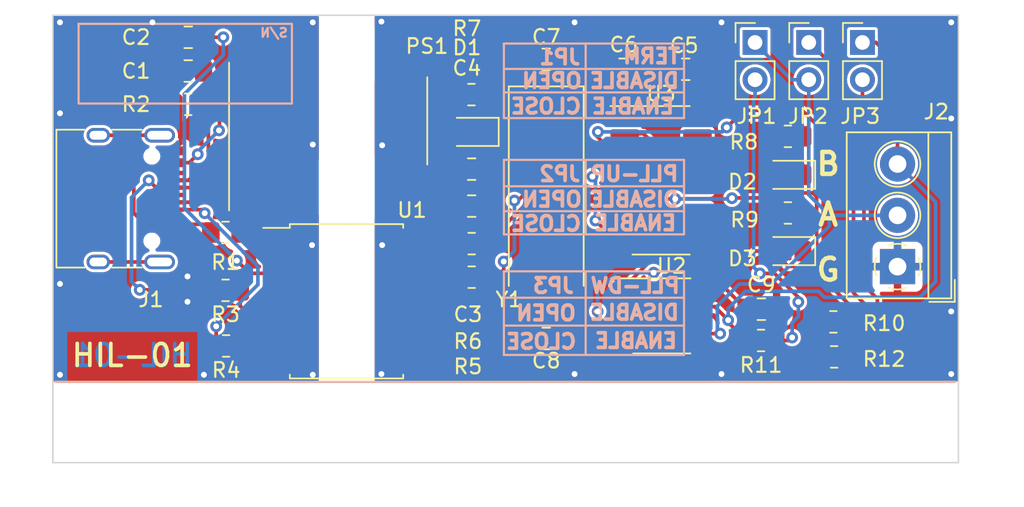
<source format=kicad_pcb>
(kicad_pcb (version 20211014) (generator pcbnew)
  (title_block (title "HIL-01 ISOLATED USB TO RS485"))
  (layers (0 "F.Cu" signal) (31 "B.Cu" signal) (34 "B.Paste" user) (35 "F.Paste" user) (36 "B.SilkS" user "B.Silkscreen") (37 "F.SilkS" user "F.Silkscreen") (38 "B.Mask" user) (39 "F.Mask" user) (44 "Edge.Cuts" user))
  (net 0 "")
  (net 1 "Net-(C1-Pad1)")
  (net 2 "GND1")
  (net 3 "Net-(C2-Pad1)")
  (net 4 "Net-(C3-Pad1)")
  (net 5 "GND2")
  (net 6 "Net-(C7-Pad1)")
  (net 7 "Net-(D1-Pad2)")
  (net 8 "Net-(D2-Pad1)")
  (net 10 "Net-(J1-PadA5)")
  (net 11 "Net-(J1-PadA6)")
  (net 12 "Net-(J1-PadA7)")
  (net 14 "Net-(J1-PadB5)")
  (net 16 "unconnected-(J1-PadS1)")
  (net 17 "Net-(C6-Pad1)")
  (net 18 "/TX")
  (net 21 "/RX")
  (net 22 "Net-(R3-Pad1)")
  (net 23 "Net-(R4-Pad1)")
  (net 24 "Net-(R5-Pad1)")
  (net 25 "Net-(R5-Pad2)")
  (net 26 "Net-(R6-Pad1)")
  (net 27 "Net-(R6-Pad2)")
  (net 28 "+5V")
  (net 33 "Net-(D3-Pad1)")
  (net 34 "Net-(C8-Pad1)")
  (net 36 "Net-(JP1-Pad2)")
  (net 37 "/RS485_B")
  (net 38 "/RS485_A")
  (net 39 "Net-(JP3-Pad2)")
  (net 40 "Net-(JP2-Pad1)")
  (footprint "Resistor_SMD:R_0805_2012Metric_Pad1.20x1.40mm_HandSolder" (layer "F.Cu") (at 128.524 115.57 180)
    (fp_text reference "R6")
    (fp_text value "24")
  )
  (footprint "Resistor_SMD:R_0805_2012Metric_Pad1.20x1.40mm_HandSolder" (layer "F.Cu") (at 128.508 105.41 180)
    (fp_text reference "R7")
    (fp_text value "1K")
  )
  (footprint "Resistor_SMD:R_0805_2012Metric_Pad1.20x1.40mm_HandSolder" (layer "F.Cu") (at 128.524 117.856 180)
    (fp_text reference "R5")
    (fp_text value "24")
  )
  (footprint "Capacitor_SMD:C_0805_2012Metric_Pad1.18x1.45mm_HandSolder" (layer "F.Cu") (at 128.524 110.49)
    (fp_text reference "C4")
    (fp_text value "0.1uF")
  )
  (footprint "Diode_SMD:D_0805_2012Metric_Pad1.15x1.40mm_HandSolder" (layer "F.Cu") (at 150.0632 110.878 180)
    (fp_text reference "D2")
    (fp_text value "LED")
  )
  (footprint "Crystal_SMD:Crystal_SMD_HC49-SD_HandSoldering_Compact" (layer "F.Cu") (at 133.604 112.55 -90)
    (fp_text reference "Y1")
    (fp_text value "Crystal")
  )
  (footprint "Resistor_SMD:R_0805_2012Metric_Pad1.20x1.40mm_HandSolder" (layer "F.Cu") (at 111.76 118.755 180)
    (fp_text reference "R3")
    (fp_text value "24")
  )
  (footprint "MountingHole:MountingHole_3.2mm_M3" (layer "F.Cu") (at 156.68 128.5)
    (fp_text reference "REF**2" hide)
    (fp_text value "MountingHole_3.2mm_M3")
  )
  (footprint "TerminalBlock_4Ucon:TerminalBlock_4Ucon_1x03_P3.50mm_Horizontal" (layer "F.Cu") (at 157.5324 117.1396 90)
    (fp_text reference "J2")
    (fp_text value "Conn_01x03_Male")
  )
  (footprint "Resistor_SMD:R_0805_2012Metric_Pad1.20x1.40mm_HandSolder" (layer "F.Cu") (at 111.76 114.808)
    (fp_text reference "R1")
    (fp_text value "5.1K")
  )
  (footprint "Package_SO:SOIC-16W_7.5x10.3mm_P1.27mm" (layer "F.Cu") (at 120 119.5)
    (fp_text reference "U1")
    (fp_text value "ADUM4160")
  )
  (footprint "MountingHole:MountingHole_3.2mm_M3" (layer "F.Cu") (at 146.52 128.5)
    (fp_text reference "REF**3" hide)
    (fp_text value "MountingHole_3.2mm_M3")
  )
  (footprint "Capacitor_SMD:C_0805_2012Metric_Pad1.18x1.45mm_HandSolder" (layer "F.Cu") (at 109.22 103.8 180)
    (fp_text reference "C1")
    (fp_text value "0.1uF")
  )
  (footprint "Connector_USB:USB_C_Receptacle_HRO_TYPE-C-31-M-12" (layer "F.Cu") (at 104.14 112.5 -90)
    (fp_text reference "J1")
    (fp_text value "USB_C_Receptacle_USB2.0")
  )
  (footprint "Capacitor_SMD:C_0805_2012Metric_Pad1.18x1.45mm_HandSolder" (layer "F.Cu") (at 109.22 101.5 180)
    (fp_text reference "C2")
    (fp_text value "0.1uF")
  )
  (footprint "Diode_SMD:D_0805_2012Metric_Pad1.15x1.40mm_HandSolder" (layer "F.Cu") (at 128.508 107.95 180)
    (fp_text reference "D1")
    (fp_text value "LED")
  )
  (footprint "Resistor_SMD:R_0805_2012Metric_Pad1.20x1.40mm_HandSolder" (layer "F.Cu") (at 153.162 120.904)
    (fp_text reference "R10")
    (fp_text value "560")
  )
  (footprint "Capacitor_SMD:C_0805_2012Metric_Pad1.18x1.45mm_HandSolder" (layer "F.Cu") (at 143.1036 103.6828 180)
    (fp_text reference "C5")
    (fp_text value "0.1uF")
  )
  (footprint "Package_SO:SOIC-16_3.9x9.9mm_P1.27mm" (layer "F.Cu") (at 141.4272 111.252)
    (fp_text reference "U3")
    (fp_text value "CH340G")
  )
  (footprint "Resistor_SMD:R_0805_2012Metric_Pad1.20x1.40mm_HandSolder" (layer "F.Cu") (at 109.22 106.072 180)
    (fp_text reference "R2")
    (fp_text value "5.1K")
  )
  (footprint "Resistor_SMD:R_0805_2012Metric_Pad1.20x1.40mm_HandSolder" (layer "F.Cu") (at 153.2128 123.2916)
    (fp_text reference "R12")
    (fp_text value "560")
  )
  (footprint "Connector_PinHeader_2.54mm:PinHeader_1x02_P2.54mm_Vertical" (layer "F.Cu") (at 147.828 101.854)
    (fp_text reference "JP1")
    (fp_text value "Jumper_2_Open")
  )
  (footprint "MountingHole:MountingHole_3.2mm_M3" (layer "F.Cu") (at 105.88 128.5)
    (fp_text reference "REF**7" hide)
    (fp_text value "MountingHole_3.2mm_M3")
  )
  (footprint "MountingHole:MountingHole_3.2mm_M3" (layer "F.Cu") (at 116.04 128.5)
    (fp_text reference "REF**6" hide)
    (fp_text value "MountingHole_3.2mm_M3")
  )
  (footprint "Connector_PinHeader_2.54mm:PinHeader_1x02_P2.54mm_Vertical" (layer "F.Cu") (at 151.4856 101.854)
    (fp_text reference "JP2")
    (fp_text value "Jumper_2_Open")
  )
  (footprint "MountingHole:MountingHole_3.2mm_M3" (layer "F.Cu") (at 136.36 128.5)
    (fp_text reference "REF**4" hide)
    (fp_text value "MountingHole_3.2mm_M3")
  )
  (footprint "Capacitor_SMD:C_0805_2012Metric_Pad1.18x1.45mm_HandSolder" (layer "F.Cu") (at 128.524 113.01)
    (fp_text reference "C3")
    (fp_text value "0.1uF")
  )
  (footprint "Capacitor_SMD:C_0805_2012Metric_Pad1.18x1.45mm_HandSolder" (layer "F.Cu") (at 133.604 122.037 180)
    (fp_text reference "C8")
    (fp_text value "22pF")
  )
  (footprint "Resistor_SMD:R_0805_2012Metric_Pad1.20x1.40mm_HandSolder" (layer "F.Cu") (at 111.8 122.545 180)
    (fp_text reference "R4")
    (fp_text value "24")
  )
  (footprint "Capacitor_SMD:C_0805_2012Metric_Pad1.18x1.45mm_HandSolder" (layer "F.Cu") (at 133.604 103.007 180)
    (fp_text reference "C7")
    (fp_text value "22pF")
  )
  (footprint "Converter_DCDC_SMD:Converter_DCDC_Mornsun_B05_XT_1WR3_SMD" (layer "F.Cu") (at 118.75 107.2 90)
    (fp_text reference "PS1")
    (fp_text value "B05XT1WR3")
  )
  (footprint "Resistor_SMD:R_0805_2012Metric_Pad1.20x1.40mm_HandSolder" (layer "F.Cu") (at 148.2344 122.174)
    (fp_text reference "R11")
    (fp_text value "120")
  )
  (footprint "Resistor_SMD:R_0805_2012Metric_Pad1.20x1.40mm_HandSolder" (layer "F.Cu") (at 150.0632 113.478)
    (fp_text reference "R9")
    (fp_text value "1K")
  )
  (footprint "Capacitor_SMD:C_0805_2012Metric_Pad1.18x1.45mm_HandSolder" (layer "F.Cu") (at 138.8364 103.6828)
    (fp_text reference "C6")
    (fp_text value "0.1uF")
  )
  (footprint "Resistor_SMD:R_0805_2012Metric_Pad1.20x1.40mm_HandSolder" (layer "F.Cu") (at 150.0632 108.2548 180)
    (fp_text reference "R8")
    (fp_text value "1K")
  )
  (footprint "Capacitor_SMD:C_0805_2012Metric_Pad1.18x1.45mm_HandSolder" (layer "F.Cu") (at 148.2559 120.0404)
    (fp_text reference "C9")
    (fp_text value "0.1uF")
  )
  (footprint "MountingHole:MountingHole_3.2mm_M3" (layer "F.Cu") (at 126.2 128.5)
    (fp_text reference "REF**5" hide)
    (fp_text value "MountingHole_3.2mm_M3")
  )
  (footprint "Diode_SMD:D_0805_2012Metric_Pad1.15x1.40mm_HandSolder" (layer "F.Cu") (at 150.0632 116.078 180)
    (fp_text reference "D3")
    (fp_text value "LED")
  )
  (footprint "Package_SO:SOP-8_3.9x4.9mm_P1.27mm" (layer "F.Cu") (at 141.478 120.4976)
    (fp_text reference "U2")
    (fp_text value "MAX485E")
  )
  (footprint "Connector_PinHeader_2.54mm:PinHeader_1x02_P2.54mm_Vertical" (layer "F.Cu") (at 155.1432 101.854)
    (fp_text reference "JP3")
    (fp_text value "Jumper_2_Open")
  )
  (gr_line (start 136.2902 109.8584) (end 136.2902 114.9384) (layer "B.SilkS") (width 0.15))
  (gr_line (start 142.9902 101.9284) (end 142.9902 107.0084) (layer "B.SilkS") (width 0.15))
  (gr_line (start 142.9902 109.8584) (end 142.9902 114.9384) (layer "B.SilkS") (width 0.15))
  (gr_line (start 142.9902 117.4584) (end 142.9902 123.1584) (layer "B.SilkS") (width 0.15))
  (gr_line (start 142.9902 103.6584) (end 130.7202 103.6584) (layer "B.SilkS") (width 0.15))
  (gr_line (start 130.7202 109.8584) (end 130.7202 114.9384) (layer "B.SilkS") (width 0.15))
  (gr_line (start 130.7202 117.4584) (end 130.7202 123.1584) (layer "B.SilkS") (width 0.15))
  (gr_line (start 142.9902 114.9384) (end 130.7202 114.9384) (layer "B.SilkS") (width 0.15))
  (gr_line (start 136.2902 117.4584) (end 136.2902 123.1584) (layer "B.SilkS") (width 0.15))
  (gr_line (start 142.9902 107.0084) (end 130.7202 107.0084) (layer "B.SilkS") (width 0.15))
  (gr_line (start 136.2902 101.9284) (end 136.2902 107.0084) (layer "B.SilkS") (width 0.15))
  (gr_line (start 142.9902 119.2584) (end 130.7202 119.2584) (layer "B.SilkS") (width 0.15))
  (gr_line (start 100.15 125) (end 161.48 125) (layer "B.SilkS") (width 0.15))
  (gr_line (start 142.9902 117.4584) (end 130.7202 117.4584) (layer "B.SilkS") (width 0.15))
  (gr_line (start 142.9902 105.2584) (end 130.7202 105.2584) (layer "B.SilkS") (width 0.15))
  (gr_line (start 142.9902 113.3584) (end 130.7202 113.3584) (layer "B.SilkS") (width 0.15))
  (gr_line (start 142.9902 111.6584) (end 130.7202 111.6584) (layer "B.SilkS") (width 0.15))
  (gr_line (start 130.7202 101.9284) (end 130.7202 107.0084) (layer "B.SilkS") (width 0.15))
  (gr_line (start 142.9902 121.1584) (end 130.7202 121.1584) (layer "B.SilkS") (width 0.15))
  (gr_line (start 142.9902 101.9284) (end 130.7202 101.9284) (layer "B.SilkS") (width 0.15))
  (gr_line (start 142.9902 123.1584) (end 130.7202 123.1584) (layer "B.SilkS") (width 0.15))
  (gr_rect (start 101.7524 100.584) (end 116.2812 106.0196) (layer "B.SilkS") (width 0.15) (fill none))
  (gr_line (start 142.9902 109.8584) (end 130.7202 109.8584) (layer "B.SilkS") (width 0.15))
  (gr_line (start 100.15 125) (end 161.48 125) (layer "F.SilkS") (width 0.15))
  (gr_line (start 100 130.5) (end 161.68 130.5) (layer "Edge.Cuts") (width 0.1))
  (gr_line (start 100 100) (end 100 130.5) (layer "Edge.Cuts") (width 0.1))
  (gr_line (start 161.68 130.5) (end 161.68 100) (layer "Edge.Cuts") (width 0.1))
  (gr_line (start 100 100) (end 161.68 100) (layer "Edge.Cuts") (width 0.1))
  (gr_text "HIL-01" (at 105.41 123.19) (layer "B.Cu") (effects (font (size 1.5 1.5) (thickness 0.25)) (justify mirror)))
  (gr_text "S/N" (at 115.062 101.1936) (layer "B.SilkS") (effects (font (size 0.6 0.6)) (justify mirror)))
  (gr_text "JP3" (at 134.0902 118.4384) (layer "B.SilkS") (effects (font (size 1 1) (thickness 0.25)) (justify mirror)))
  (gr_text "ENABLE" (at 139.661 114.1684) (layer "B.SilkS") (effects (font (size 1 1) (thickness 0.25)) (justify mirror)))
  (gr_text "ENABLE" (at 139.5086 106.2084) (layer "B.SilkS") (effects (font (size 1 1) (thickness 0.25)) (justify mirror)))
  (gr_text "DISABLE" (at 139.6102 104.4684) (layer "B.SilkS") (effects (font (size 1 1) (thickness 0.25)) (justify mirror)))
  (gr_text "JP1" (at 134.5302 102.8584) (layer "B.SilkS") (effects (font (size 1 1) (thickness 0.25)) (justify mirror)))
  (gr_text "DISABLE" (at 139.5902 112.5584) (layer "B.SilkS") (effects (font (size 1 1) (thickness 0.25)) (justify mirror)))
  (gr_text "OPEN" (at 133.9902 112.5584) (layer "B.SilkS") (effects (font (size 1 1) (thickness 0.25)) (justify mirror)))
  (gr_text "DISABLE" (at 139.6102 120.2644) (layer "B.SilkS") (effects (font (size 1 1) (thickness 0.25)) (justify mirror)))
  (gr_text "OPEN" (at 133.9902 104.4684) (layer "B.SilkS") (effects (font (size 1 1) (thickness 0.25)) (justify mirror)))
  (gr_text "CLOSE" (at 133.5902 106.2084) (layer "B.SilkS") (effects (font (size 1 1) (thickness 0.25)) (justify mirror)))
  (gr_text "CLOSE" (at 133.2602 122.2484) (layer "B.SilkS") (effects (font (size 1 1) (thickness 0.25)) (justify mirror)))
  (gr_text "TERM" (at 140.7786 102.7892) (layer "B.SilkS") (effects (font (size 1 1) (thickness 0.25)) (justify mirror)))
  (gr_text "OPEN" (at 133.5902 120.3084) (layer "B.SilkS") (effects (font (size 1 1) (thickness 0.25)) (justify mirror)))
  (gr_text "CLOSE" (at 133.5902 114.2084) (layer "B.SilkS") (effects (font (size 1 1) (thickness 0.25)) (justify mirror)))
  (gr_text "PLL-UP" (at 139.6102 110.8184) (layer "B.SilkS") (effects (font (size 1 1) (thickness 0.25)) (justify mirror)))
  (gr_text "JP2" (at 134.5302 110.8184) (layer "B.SilkS") (effects (font (size 1 1) (thickness 0.25)) (justify mirror)))
  (gr_text "PLL-DW" (at 139.661 118.4356) (layer "B.SilkS") (effects (font (size 1 1) (thickness 0.25)) (justify mirror)))
  (gr_text "ENABLE" (at 139.7118 122.1948) (layer "B.SilkS") (effects (font (size 1 1) (thickness 0.25)) (justify mirror)))
  (gr_text "A" (at 152.8064 113.5888) (layer "F.SilkS") (effects (font (size 1.5 1.5) (thickness 0.3))))
  (gr_text "HIL-01" (at 105.41 123.19) (layer "F.SilkS") (effects (font (size 1.5 1.5) (thickness 0.25))))
  (gr_text "B" (at 152.8064 110.1344) (layer "F.SilkS") (effects (font (size 1.5 1.5) (thickness 0.3))))
  (gr_text "G" (at 152.8064 117.348) (layer "F.SilkS") (effects (font (size 1.5 1.5) (thickness 0.3))))
  (segment (start 105.5116 113.4872) (end 105.5116 111.1504) (width 0.25) (layer "F.Cu") (net 1))
  (segment (start 109.8671 109.474) (end 109.2911 110.05) (width 0.25) (layer "F.Cu") (net 1))
  (segment (start 117.48 112.2827) (end 117.48 111.75) (width 0.25) (layer "F.Cu") (net 1))
  (segment (start 117.48 113.6253) (end 116.7797 113.6253) (width 0.25) (layer "F.Cu") (net 1))
  (segment (start 111.3497 104.0345) (end 110.492 104.0345) (width 0.25) (layer "F.Cu") (net 1))
  (segment (start 107.02995 114.689999) (end 106.714399 114.689999) (width 0.25) (layer "F.Cu") (net 1))
  (segment (start 105.5116 111.1504) (end 106.351999 110.310001) (width 0.25) (layer "F.Cu") (net 1))
  (segment (start 110.492 104.0345) (end 110.2575 103.8) (width 0.25) (layer "F.Cu") (net 1))
  (segment (start 107.02995 110.310001) (end 107.289951 110.05) (width 0.25) (layer "F.Cu") (net 1))
  (segment (start 117.48 111.75) (end 117.48 109.8747) (width 0.25) (layer "F.Cu") (net 1))
  (segment (start 111.3161 107.8484) (end 111.3497 107.8148) (width 0.25) (layer "F.Cu") (net 1))
  (segment (start 111.6398 104.0345) (end 111.3497 104.0345) (width 0.25) (layer "F.Cu") (net 1))
  (segment (start 117.48 109.8747) (end 111.6398 104.0345) (width 0.25) (layer "F.Cu") (net 1))
  (segment (start 107.289951 114.95) (end 107.02995 114.689999) (width 0.25) (layer "F.Cu") (net 1))
  (segment (start 106.714399 114.689999) (end 105.5116 113.4872) (width 0.25) (layer "F.Cu") (net 1))
  (segment (start 106.351999 110.310001) (end 107.02995 110.310001) (width 0.25) (layer "F.Cu") (net 1))
  (segment (start 108.185 114.95) (end 107.289951 114.95) (width 0.25) (layer "F.Cu") (net 1))
  (segment (start 109.2911 110.05) (end 108.185 110.05) (width 0.25) (layer "F.Cu") (net 1))
  (segment (start 111.3497 107.8148) (end 111.3497 104.0345) (width 0.25) (layer "F.Cu") (net 1))
  (segment (start 107.289951 110.05) (end 108.185 110.05) (width 0.25) (layer "F.Cu") (net 1))
  (segment (start 116.7797 113.6253) (end 115.35 115.055) (width 0.25) (layer "F.Cu") (net 1))
  (segment (start 117.48 112.2827) (end 117.48 113.6253) (width 0.25) (layer "F.Cu") (net 1))
  (via (at 109.8671 109.474) (size 0.8) (drill 0.4) (layers "F.Cu" "B.Cu") (net 1))
  (via (at 111.3161 107.8484) (size 0.8) (drill 0.4) (layers "F.Cu" "B.Cu") (net 1))
  (segment (start 109.8671 109.474) (end 109.8671 109.2974) (width 0.25) (layer "B.Cu") (net 1))
  (segment (start 109.8671 109.2974) (end 111.3161 107.8484) (width 0.25) (layer "B.Cu") (net 1))
  (segment (start 114.94 113.2028) (end 113.5654 114.5774) (width 0.25) (layer "F.Cu") (net 2))
  (segment (start 108.1825 106.072) (end 108.22 106.072) (width 0.25) (layer "F.Cu") (net 2))
  (segment (start 113.799 123.945) (end 115.35 123.945) (width 0.25) (layer "F.Cu") (net 2))
  (segment (start 109.1692 117.8052) (end 109.1692 117.716) (width 0.25) (layer "F.Cu") (net 2))
  (segment (start 108.6961 108.7389) (end 108.185 109.25) (width 0.25) (layer "F.Cu") (net 2))
  (segment (start 103.1732 106.072) (end 108.1825 106.072) (width 0.25) (layer "F.Cu") (net 2))
  (segment (start 109.2353 117.6499) (end 108.9276 117.9576) (width 0.25) (layer "F.Cu") (net 2))
  (segment (start 108.22 106.072) (end 108.6961 106.5481) (width 0.25) (layer "F.Cu") (net 2))
  (segment (start 113.3734 114.808) (end 113.5654 114.9999) (width 0.25) (layer "F.Cu") (net 2))
  (segment (start 109.1692 117.716) (end 109.2353 117.6499) (width 0.25) (layer "F.Cu") (net 2))
  (segment (start 116.9924 117.094) (end 116.9924 123.2408) (width 0.25) (layer "F.Cu") (net 2))
  (segment (start 108.9276 117.9576) (end 102.4128 117.9576) (width 0.25) (layer "F.Cu") (net 2))
  (segment (start 109.2353 115.75) (end 109.2353 117.6499) (width 0.25) (layer "F.Cu") (net 2))
  (segment (start 101.6 107.6452) (end 103.1732 106.072) (width 0.25) (layer "F.Cu") (net 2))
  (segment (start 116.9924 123.2408) (end 116.2882 123.945) (width 0.25) (layer "F.Cu") (net 2))
  (segment (start 102.4128 117.9576) (end 101.6 117.1448) (width 0.25) (layer "F.Cu") (net 2))
  (segment (start 112.76 114.808) (end 113.3734 114.808) (width 0.25) (layer "F.Cu") (net 2))
  (segment (start 109.728 123.8504) (end 113.7044 123.8504) (width 0.25) (layer "F.Cu") (net 2))
  (segment (start 113.5654 114.5774) (end 113.5654 114.9999) (width 0.25) (layer "F.Cu") (net 2))
  (segment (start 113.5654 115.6482) (end 114.2422 116.325) (width 0.25) (layer "F.Cu") (net 2))
  (segment (start 101.6 117.1448) (end 101.6 107.6452) (width 0.25) (layer "F.Cu") (net 2))
  (segment (start 113.7044 123.8504) (end 113.799 123.945) (width 0.25) (layer "F.Cu") (net 2))
  (segment (start 116.2234 116.325) (end 116.9924 117.094) (width 0.25) (layer "F.Cu") (net 2))
  (segment (start 108.1825 106.072) (end 108.1825 103.8) (width 0.25) (layer "F.Cu") (net 2))
  (segment (start 109.1692 119.5324) (end 109.1692 123.2916) (width 0.25) (layer "F.Cu") (net 2))
  (segment (start 108.1825 103.8) (end 108.1825 101.5) (width 0.25) (layer "F.Cu") (net 2))
  (segment (start 115.35 116.325) (end 116.2234 116.325) (width 0.25) (layer "F.Cu") (net 2))
  (segment (start 108.6961 106.5481) (end 108.6961 108.7389) (width 0.25) (layer "F.Cu") (net 2))
  (segment (start 114.2422 116.325) (end 115.35 116.325) (width 0.25) (layer "F.Cu") (net 2))
  (segment (start 109.1692 123.2916) (end 109.728 123.8504) (width 0.25) (layer "F.Cu") (net 2))
  (segment (start 113.5654 114.9999) (end 113.5654 115.6482) (width 0.25) (layer "F.Cu") (net 2))
  (segment (start 116.2882 123.945) (end 115.35 123.945) (width 0.25) (layer "F.Cu") (net 2))
  (segment (start 114.94 111.75) (end 114.94 113.2028) (width 0.25) (layer "F.Cu") (net 2))
  (segment (start 108.185 115.75) (end 109.2353 115.75) (width 0.25) (layer "F.Cu") (net 2))
  (via (at 117.7036 100.4824) (size 0.8) (drill 0.4) (layers "F.Cu" "B.Cu") (net 2))
  (via (at 117.7036 108.8136) (size 0.8) (drill 0.4) (layers "F.Cu" "B.Cu") (net 2))
  (via (at 117.6528 115.6716) (size 0.8) (drill 0.4) (layers "F.Cu" "B.Cu") (net 2))
  (via (at 100.4824 100.4824) (size 0.8) (drill 0.4) (layers "F.Cu" "B.Cu") (net 2))
  (via (at 109.1692 117.8052) (size 0.8) (drill 0.4) (layers "F.Cu" "B.Cu") (net 2))
  (via (at 109.1692 119.5324) (size 0.8) (drill 0.4) (layers "F.Cu" "B.Cu") (net 2))
  (via (at 100.4824 124.5108) (size 0.8) (drill 0.4) (layers "F.Cu" "B.Cu") (net 2))
  (via (at 100.4824 118.3132) (size 0.8) (drill 0.4) (layers "F.Cu" "B.Cu") (net 2))
  (via (at 100.4824 106.68) (size 0.8) (drill 0.4) (layers "F.Cu" "B.Cu") (net 2))
  (via (at 110.2868 124.5108) (size 0.8) (drill 0.4) (layers "F.Cu" "B.Cu") (net 2))
  (via (at 106.7816 100.4824) (size 0.8) (drill 0.4) (layers "F.Cu" "B.Cu") (net 2))
  (via (at 117.7036 124.5108) (size 0.8) (drill 0.4) (layers "F.Cu" "B.Cu") (net 2))
  (segment (start 109.1692 119.5324) (end 109.1692 117.8052) (width 0.25) (layer "B.Cu") (net 2))
  (segment (start 115.35 117.595) (end 115.35 118.865) (width 0.25) (layer "F.Cu") (net 3))
  (segment (start 113.399 117.595) (end 115.35 117.595) (width 0.25) (layer "F.Cu") (net 3))
  (segment (start 115.35 118.865) (end 115.35 120.135) (width 0.25) (layer "F.Cu") (net 3))
  (segment (start 111.606 101.5) (end 110.2575 101.5) (width 0.25) (layer "F.Cu") (net 3))
  (segment (start 112.5322 116.7282) (end 113.399 117.595) (width 0.25) (layer "F.Cu") (net 3))
  (segment (start 111.6076 101.4984) (end 111.606 101.5) (width 0.25) (layer "F.Cu") (net 3))
  (via (at 112.5322 116.7282) (size 0.8) (drill 0.4) (layers "F.Cu" "B.Cu") (net 3))
  (via (at 111.6076 101.4984) (size 0.8) (drill 0.4) (layers "F.Cu" "B.Cu") (net 3))
  (segment (start 112.5322 116.7282) (end 108.9582 113.1542) (width 0.25) (layer "B.Cu") (net 3))
  (segment (start 108.9582 113.1542) (end 108.9582 105.367) (width 0.25) (layer "B.Cu") (net 3))
  (segment (start 108.9582 105.367) (end 111.6076 102.7176) (width 0.25) (layer "B.Cu") (net 3))
  (segment (start 111.6076 102.7176) (end 111.6076 101.4984) (width 0.25) (layer "B.Cu") (net 3))
  (segment (start 124.65 117.595) (end 124.65 118.865) (width 0.25) (layer "F.Cu") (net 4))
  (segment (start 124.65 118.865) (end 124.65 120.135) (width 0.25) (layer "F.Cu") (net 4))
  (segment (start 127.4865 113.01) (end 126.5061 113.9904) (width 0.25) (layer "F.Cu") (net 4))
  (segment (start 125.2621 117.595) (end 124.65 117.595) (width 0.25) (layer "F.Cu") (net 4))
  (segment (start 126.5061 113.9904) (end 126.5061 116.351) (width 0.25) (layer "F.Cu") (net 4))
  (segment (start 126.5061 116.351) (end 125.2621 117.595) (width 0.25) (layer "F.Cu") (net 4))
  (segment (start 126.0561 112.4499) (end 126.746 111.76) (width 0.25) (layer "F.Cu") (net 5))
  (segment (start 150.7236 123.6472) (end 151.0792 123.2916) (width 0.25) (layer "F.Cu") (net 5))
  (segment (start 124.65 116.325) (end 125.1511 116.325) (width 0.25) (layer "F.Cu") (net 5))
  (segment (start 122.56 111.75) (end 122.56 114.94) (width 0.25) (layer "F.Cu") (net 5))
  (segment (start 138.9522 106.807) (end 139.8739 105.8853) (width 0.25) (layer "F.Cu") (net 5))
  (segment (start 145.3476 123.6472) (end 150.7236 123.6472) (width 0.25) (layer "F.Cu") (net 5))
  (segment (start 129.533 110.4615) (end 129.533 107.95) (width 0.25) (layer "F.Cu") (net 5))
  (segment (start 129.5615 110.49) (end 129.533 110.4615) (width 0.25) (layer "F.Cu") (net 5))
  (segment (start 149.2934 120.0404) (end 150.2156 120.0404) (width 0.25) (layer "F.Cu") (net 5))
  (segment (start 128.51 111.9585) (end 128.51 111.5415) (width 0.25) (layer "F.Cu") (net 5))
  (segment (start 139.8739 105.8853) (end 139.8739 103.6828) (width 0.25) (layer "F.Cu") (net 5))
  (segment (start 130.6585 123.945) (end 124.65 123.945) (width 0.25) (layer "F.Cu") (net 5))
  (segment (start 151.0792 120.904) (end 151.0792 123.2916) (width 0.25) (layer "F.Cu") (net 5))
  (segment (start 157.5324 122.1724) (end 157.5324 117.1396) (width 0.25) (layer "F.Cu") (net 5))
  (segment (start 132.5665 103.007) (end 133.6179 101.9556) (width 0.25) (layer "F.Cu") (net 5))
  (segment (start 122.56 114.94) (end 123.945 116.325) (width 0.25) (layer "F.Cu") (net 5))
  (segment (start 151.0792 123.2916) (end 151.384 123.2916) (width 0.25) (layer "F.Cu") (net 5))
  (segment (start 150.2156 120.0404) (end 151.0792 120.904) (width 0.25) (layer "F.Cu") (net 5))
  (segment (start 124.65 123.945) (end 123.4878 123.945) (width 0.25) (layer "F.Cu") (net 5))
  (segment (start 133.6179 101.9556) (end 138.8872 101.9556) (width 0.25) (layer "F.Cu") (net 5))
  (segment (start 143.4033 123.1023) (end 133.6318 123.1023) (width 0.25) (layer "F.Cu") (net 5))
  (segment (start 151.384 123.2916) (end 152.2128 123.2916) (width 0.25) (layer "F.Cu") (net 5))
  (segment (start 133.6318 123.1023) (end 132.5665 122.037) (width 0.25) (layer "F.Cu") (net 5))
  (segment (start 122.8344 117.0432) (end 123.5526 116.325) (width 0.25) (layer "F.Cu") (net 5))
  (segment (start 139.8739 103.6828) (end 142.0661 103.6828) (width 0.25) (layer "F.Cu") (net 5))
  (segment (start 123.4878 123.945) (end 122.8344 123.2916) (width 0.25) (layer "F.Cu") (net 5))
  (segment (start 126.0561 115.42) (end 126.0561 112.4499) (width 0.25) (layer "F.Cu") (net 5))
  (segment (start 124.2146 116.325) (end 124.65 116.325) (width 0.25) (layer "F.Cu") (net 5))
  (segment (start 126.746 111.76) (end 128.3115 111.76) (width 0.25) (layer "F.Cu") (net 5))
  (segment (start 131.0466 106.4364) (end 131.0466 104.5269) (width 0.25) (layer "F.Cu") (net 5))
  (segment (start 123.945 116.325) (end 124.2146 116.325) (width 0.25) (layer "F.Cu") (net 5))
  (segment (start 123.5526 116.325) (end 124.2146 116.325) (width 0.25) (layer "F.Cu") (net 5))
  (segment (start 155.1432 124.5616) (end 157.5324 122.1724) (width 0.25) (layer "F.Cu") (net 5))
  (segment (start 132.5665 122.037) (end 130.6585 123.945) (width 0.25) (layer "F.Cu") (net 5))
  (segment (start 128.51 111.5415) (end 129.5615 110.49) (width 0.25) (layer "F.Cu") (net 5))
  (segment (start 144.103 122.4026) (end 145.3476 123.6472) (width 0.25) (layer "F.Cu") (net 5))
  (segment (start 131.0466 104.5269) (end 132.5665 103.007) (width 0.25) (layer "F.Cu") (net 5))
  (segment (start 144.103 122.4026) (end 143.4033 123.1023) (width 0.25) (layer "F.Cu") (net 5))
  (segment (start 129.5615 113.01) (end 128.51 111.9585) (width 0.25) (layer "F.Cu") (net 5))
  (segment (start 139.8739 102.9423) (end 139.8739 103.6828) (width 0.25) (layer "F.Cu") (net 5))
  (segment (start 128.3115 111.76) (end 128.51 111.9585) (width 0.25) (layer "F.Cu") (net 5))
  (segment (start 153.0604 124.5616) (end 155.1432 124.5616) (width 0.25) (layer "F.Cu") (net 5))
  (segment (start 152.2128 123.714) (end 153.0604 124.5616) (width 0.25) (layer "F.Cu") (net 5))
  (segment (start 152.2128 123.2916) (end 152.2128 123.714) (width 0.25) (layer "F.Cu") (net 5))
  (segment (start 129.533 107.95) (end 131.0466 106.4364) (width 0.25) (layer "F.Cu") (net 5))
  (segment (start 125.1511 116.325) (end 126.0561 115.42) (width 0.25) (layer "F.Cu") (net 5))
  (segment (start 138.8872 101.9556) (end 139.8739 102.9423) (width 0.25) (layer "F.Cu") (net 5))
  (segment (start 122.8344 123.2916) (end 122.8344 117.0432) (width 0.25) (layer "F.Cu") (net 5))
  (via (at 135.5344 124.46) (size 0.8) (drill 0.4) (layers "F.Cu" "B.Cu") (net 5))
  (via (at 161.1884 100.4824) (size 0.8) (drill 0.4) (layers "F.Cu" "B.Cu") (net 5))
  (via (at 161.1884 124.46) (size 0.8) (drill 0.4) (layers "F.Cu" "B.Cu") (net 5))
  (via (at 135.5344 100.4824) (size 0.8) (drill 0.4) (layers "F.Cu" "B.Cu") (net 5))
  (via (at 145.542 124.46) (size 0.8) (drill 0.4) (layers "F.Cu" "B.Cu") (net 5))
  (via (at 122.3772 100.4316) (size 0.8) (drill 0.4) (layers "F.Cu" "B.Cu") (net 5))
  (via (at 122.428 108.8644) (size 0.8) (drill 0.4) (layers "F.Cu" "B.Cu") (net 5))
  (via (at 161.1884 107.0356) (size 0.8) (drill 0.4) (layers "F.Cu" "B.Cu") (net 5))
  (via (at 122.3772 124.46) (size 0.8) (drill 0.4) (layers "F.Cu" "B.Cu") (net 5))
  (via (at 122.428 115.6716) (size 0.8) (drill 0.4) (layers "F.Cu" "B.Cu") (net 5))
  (via (at 161.1884 120.1928) (size 0.8) (drill 0.4) (layers "F.Cu" "B.Cu") (net 5))
  (via (at 145.542 100.4824) (size 0.8) (drill 0.4) (layers "F.Cu" "B.Cu") (net 5))
  (segment (start 134.9293 108.297) (end 134.9293 107.8) (width 0.25) (layer "F.Cu") (net 6))
  (segment (start 136.8044 110.9472) (end 136.8044 110.1721) (width 0.25) (layer "F.Cu") (net 6))
  (segment (start 134.6415 103.6872) (end 133.604 104.7247) (width 0.25) (layer "F.Cu") (net 6))
  (segment (start 138.9522 114.427) (end 137.3886 114.427) (width 0.25) (layer "F.Cu") (net 6))
  (segment (start 136.7536 110.998) (end 136.8044 110.9472) (width 0.25) (layer "F.Cu") (net 6))
  (segment (start 136.8044 110.1721) (end 134.9293 108.297) (width 0.25) (layer "F.Cu") (net 6))
  (segment (start 134.9293 107.8) (end 133.604 107.8) (width 0.25) (layer "F.Cu") (net 6))
  (segment (start 133.604 107.8) (end 133.604 104.7247) (width 0.25) (layer "F.Cu") (net 6))
  (segment (start 134.6415 103.007) (end 134.6415 103.6872) (width 0.25) (layer "F.Cu") (net 6))
  (segment (start 137.3886 114.427) (end 136.9568 113.9952) (width 0.25) (layer "F.Cu") (net 6))
  (via (at 136.9568 113.9952) (size 0.8) (drill 0.4) (layers "F.Cu" "B.Cu") (net 6))
  (via (at 136.7536 110.998) (size 0.8) (drill 0.4) (layers "F.Cu" "B.Cu") (net 6))
  (segment (start 136.9568 111.2012) (end 136.7536 110.998) (width 0.25) (layer "B.Cu") (net 6))
  (segment (start 136.9568 113.9952) (end 136.9568 111.2012) (width 0.25) (layer "B.Cu") (net 6))
  (segment (start 127.483 107.435) (end 129.508 105.41) (width 0.25) (layer "F.Cu") (net 7))
  (segment (start 127.483 107.95) (end 127.483 107.435) (width 0.25) (layer "F.Cu") (net 7))
  (segment (start 151.0882 110.203) (end 151.0882 110.878) (width 0.25) (layer "F.Cu") (net 8))
  (segment (start 149.0632 108.178) (end 151.0882 110.203) (width 0.25) (layer "F.Cu") (net 8))
  (segment (start 110.5916 106.4436) (end 110.5916 109.8937) (width 0.25) (layer "F.Cu") (net 10))
  (segment (start 110.5916 109.8937) (end 109.2353 111.25) (width 0.25) (layer "F.Cu") (net 10))
  (segment (start 110.22 106.072) (end 110.5916 106.4436) (width 0.25) (layer "F.Cu") (net 10))
  (segment (start 109.2353 111.25) (end 108.185 111.25) (width 0.25) (layer "F.Cu") (net 10))
  (segment (start 110.8 122.545) (end 111.1213 122.2237) (width 0.25) (layer "F.Cu") (net 11))
  (segment (start 110.3399 113.4941) (end 110.0958 113.25) (width 0.25) (layer "F.Cu") (net 11))
  (segment (start 106.6728 113.0736) (end 106.6728 112.4276) (width 0.25) (layer "F.Cu") (net 11))
  (segment (start 106.6728 112.4276) (end 106.8504 112.25) (width 0.25) (layer "F.Cu") (net 11))
  (segment (start 106.8504 112.25) (end 108.185 112.25) (width 0.25) (layer "F.Cu") (net 11))
  (segment (start 110.0958 113.25) (end 108.185 113.25) (width 0.25) (layer "F.Cu") (net 11))
  (segment (start 106.8492 113.25) (end 106.6728 113.0736) (width 0.25) (layer "F.Cu") (net 11))
  (segment (start 111.1213 122.2237) (end 111.1213 121.2059) (width 0.25) (layer "F.Cu") (net 11))
  (segment (start 108.185 113.25) (end 106.8492 113.25) (width 0.25) (layer "F.Cu") (net 11))
  (via (at 111.1213 121.2059) (size 0.8) (drill 0.4) (layers "F.Cu" "B.Cu") (net 11))
  (via (at 110.3399 113.4941) (size 0.8) (drill 0.4) (layers "F.Cu" "B.Cu") (net 11))
  (segment (start 111.1213 121.2059) (end 113.9652 118.362) (width 0.25) (layer "B.Cu") (net 11))
  (segment (start 113.9652 118.362) (end 113.9652 117.1194) (width 0.25) (layer "B.Cu") (net 11))
  (segment (start 113.9652 117.1194) (end 110.3399 113.4941) (width 0.25) (layer "B.Cu") (net 11))
  (segment (start 105.918 118.7196) (end 109.0984 118.7196) (width 0.25) (layer "F.Cu") (net 12))
  (segment (start 109.6772 111.9632) (end 109.6772 112.4712) (width 0.25) (layer "F.Cu") (net 12))
  (segment (start 109.6772 112.4712) (end 109.3984 112.75) (width 0.25) (layer "F.Cu") (net 12))
  (segment (start 107.0256 111.75) (end 106.5276 111.252) (width 0.25) (layer "F.Cu") (net 12))
  (segment (start 109.464 111.75) (end 109.6772 111.9632) (width 0.25) (layer "F.Cu") (net 12))
  (segment (start 108.185 111.75) (end 109.464 111.75) (width 0.25) (layer "F.Cu") (net 12))
  (segment (start 109.1338 118.755) (end 110.76 118.755) (width 0.25) (layer "F.Cu") (net 12))
  (segment (start 109.0984 118.7196) (end 109.1338 118.755) (width 0.25) (layer "F.Cu") (net 12))
  (segment (start 109.3984 112.75) (end 109.2353 112.75) (width 0.25) (layer "F.Cu") (net 12))
  (segment (start 108.185 111.75) (end 107.0256 111.75) (width 0.25) (layer "F.Cu") (net 12))
  (segment (start 108.185 112.75) (end 109.2353 112.75) (width 0.25) (layer "F.Cu") (net 12))
  (via (at 106.5276 111.252) (size 0.8) (drill 0.4) (layers "F.Cu" "B.Cu") (net 12))
  (via (at 105.918 118.7196) (size 0.8) (drill 0.4) (layers "F.Cu" "B.Cu") (net 12))
  (segment (start 105.918 118.7196) (end 105.3592 118.1608) (width 0.25) (layer "B.Cu") (net 12))
  (segment (start 105.3592 118.1608) (end 105.3592 112.4204) (width 0.25) (layer "B.Cu") (net 12))
  (segment (start 105.3592 112.4204) (end 106.5276 111.252) (width 0.25) (layer "B.Cu") (net 12))
  (segment (start 108.185 114.25) (end 110.202 114.25) (width 0.25) (layer "F.Cu") (net 14))
  (segment (start 110.202 114.25) (end 110.76 114.808) (width 0.25) (layer "F.Cu") (net 14))
  (segment (start 104.2153 116.82) (end 104.2153 108.18) (width 0.25) (layer "F.Cu") (net 16))
  (segment (start 103.09 108.18) (end 104.2153 108.18) (width 0.25) (layer "F.Cu") (net 16))
  (segment (start 103.09 116.82) (end 104.2153 116.82) (width 0.25) (layer "F.Cu") (net 16))
  (segment (start 104.2153 116.82) (end 107.27 116.82) (width 0.25) (layer "F.Cu") (net 16))
  (segment (start 107.27 108.18) (end 104.2153 108.18) (width 0.25) (layer "F.Cu") (net 16))
  (segment (start 136.398 105.0837) (end 136.398 108.7628) (width 0.25) (layer "F.Cu") (net 17))
  (segment (start 136.398 108.7628) (end 138.2522 110.617) (width 0.25) (layer "F.Cu") (net 17))
  (segment (start 138.2522 110.617) (end 138.9522 110.617) (width 0.25) (layer "F.Cu") (net 17))
  (segment (start 137.7989 103.6828) (end 136.398 105.0837) (width 0.25) (layer "F.Cu") (net 17))
  (segment (start 141.222701 117.551099) (end 141.7059 117.0679) (width 0.25) (layer "F.Cu") (net 18))
  (segment (start 138.853 122.4026) (end 137.4902 122.4026) (width 0.25) (layer "F.Cu") (net 18))
  (segment (start 146.2532 112.4712) (end 146.2714 112.453) (width 0.25) (layer "F.Cu") (net 18))
  (segment (start 137.1092 122.0216) (end 137.1092 120.1928) (width 0.25) (layer "F.Cu") (net 18))
  (segment (start 150.03 112.453) (end 150.0341 112.4489) (width 0.25) (layer "F.Cu") (net 18))
  (segment (start 140.919099 117.551099) (end 141.222701 117.551099) (width 0.25) (layer "F.Cu") (net 18))
  (segment (start 146.2714 112.453) (end 150.03 112.453) (width 0.25) (layer "F.Cu") (net 18))
  (segment (start 140.2334 108.077) (end 138.9522 108.077) (width 0.25) (layer "F.Cu") (net 18))
  (segment (start 141.7059 117.0679) (end 141.7059 112.522) (width 0.25) (layer "F.Cu") (net 18))
  (segment (start 141.7059 112.522) (end 142.3924 112.522) (width 0.25) (layer "F.Cu") (net 18))
  (segment (start 141.7059 109.5495) (end 140.2334 108.077) (width 0.25) (layer "F.Cu") (net 18))
  (segment (start 151.0632 113.478) (end 150.0341 112.4489) (width 0.25) (layer "F.Cu") (net 18))
  (segment (start 137.4902 122.4026) (end 137.1092 122.0216) (width 0.25) (layer "F.Cu") (net 18))
  (segment (start 141.7059 112.522) (end 141.7059 109.5495) (width 0.25) (layer "F.Cu") (net 18))
  (via (at 146.2532 112.4712) (size 0.8) (drill 0.4) (layers "F.Cu" "B.Cu") (net 18))
  (via (at 142.3924 112.522) (size 0.8) (drill 0.4) (layers "F.Cu" "B.Cu") (net 18))
  (via (at 140.919099 117.551099) (size 0.8) (drill 0.4) (layers "F.Cu" "B.Cu") (net 18))
  (via (at 137.1092 120.1928) (size 0.8) (drill 0.4) (layers "F.Cu" "B.Cu") (net 18))
  (segment (start 140.919099 117.551099) (end 138.379301 117.551099) (width 0.25) (layer "B.Cu") (net 18))
  (segment (start 146.2024 112.522) (end 146.2532 112.4712) (width 0.25) (layer "B.Cu") (net 18))
  (segment (start 137.1092 118.8212) (end 137.1092 120.1928) (width 0.25) (layer "B.Cu") (net 18))
  (segment (start 142.3924 112.522) (end 146.2024 112.522) (width 0.25) (layer "B.Cu") (net 18))
  (segment (start 138.379301 117.551099) (end 137.1092 118.8212) (width 0.25) (layer "B.Cu") (net 18))
  (segment (start 138.1506 109.347) (end 137.0076 108.204) (width 0.25) (layer "F.Cu") (net 21))
  (segment (start 140.7462 116.6994) (end 140.7462 110.063) (width 0.25) (layer "F.Cu") (net 21))
  (segment (start 146.6088 106.934) (end 149.8192 106.934) (width 0.25) (layer "F.Cu") (net 21))
  (segment (start 149.8192 106.934) (end 151.0632 108.178) (width 0.25) (layer "F.Cu") (net 21))
  (segment (start 138.9522 109.347) (end 138.1506 109.347) (width 0.25) (layer "F.Cu") (net 21))
  (segment (start 140.0302 109.347) (end 138.9522 109.347) (width 0.25) (layer "F.Cu") (net 21))
  (segment (start 138.853 118.5926) (end 140.7462 116.6994) (width 0.25) (layer "F.Cu") (net 21))
  (segment (start 137.0076 108.204) (end 137.0076 108.0649) (width 0.25) (layer "F.Cu") (net 21))
  (segment (start 137.0076 108.0649) (end 137.1225 107.95) (width 0.25) (layer "F.Cu") (net 21))
  (segment (start 145.8976 107.6452) (end 146.6088 106.934) (width 0.25) (layer "F.Cu") (net 21))
  (segment (start 140.7462 110.063) (end 140.0302 109.347) (width 0.25) (layer "F.Cu") (net 21))
  (via (at 145.8976 107.6452) (size 0.8) (drill 0.4) (layers "F.Cu" "B.Cu") (net 21))
  (via (at 137.1225 107.95) (size 0.8) (drill 0.4) (layers "F.Cu" "B.Cu") (net 21))
  (segment (start 145.5928 107.95) (end 145.8976 107.6452) (width 0.25) (layer "B.Cu") (net 21))
  (segment (start 137.1225 107.95) (end 145.5928 107.95) (width 0.25) (layer "B.Cu") (net 21))
  (segment (start 112.76 119.8212) (end 112.76 118.755) (width 0.25) (layer "F.Cu") (net 22))
  (segment (start 114.3438 121.405) (end 112.76 119.8212) (width 0.25) (layer "F.Cu") (net 22))
  (segment (start 115.35 121.405) (end 114.3438 121.405) (width 0.25) (layer "F.Cu") (net 22))
  (segment (start 112.8 122.545) (end 115.22 122.545) (width 0.25) (layer "F.Cu") (net 23))
  (segment (start 115.22 122.545) (end 115.35 122.675) (width 0.25) (layer "F.Cu") (net 23))
  (segment (start 132.4245 111.887) (end 131.679514 112.631986) (width 0.25) (layer "F.Cu") (net 24))
  (segment (start 130.2004 117.856) (end 129.524 117.856) (width 0.25) (layer "F.Cu") (net 24))
  (segment (start 130.7084 116.7892) (end 130.7084 117.348) (width 0.25) (layer "F.Cu") (net 24))
  (segment (start 138.9522 111.887) (end 132.4245 111.887) (width 0.25) (layer "F.Cu") (net 24))
  (segment (start 130.7084 117.348) (end 130.2004 117.856) (width 0.25) (layer "F.Cu") (net 24))
  (segment (start 131.679514 112.631986) (end 131.437738 112.631986) (width 0.25) (layer "F.Cu") (net 24))
  (via (at 131.437738 112.631986) (size 0.8) (drill 0.4) (layers "F.Cu" "B.Cu") (net 24))
  (via (at 130.7084 116.7892) (size 0.8) (drill 0.4) (layers "F.Cu" "B.Cu") (net 24))
  (segment (start 131.437738 116.059862) (end 130.7084 116.7892) (width 0.25) (layer "B.Cu") (net 24))
  (segment (start 131.437738 112.631986) (end 131.437738 116.059862) (width 0.25) (layer "B.Cu") (net 24))
  (segment (start 125.9402 122.675) (end 127.524 121.0912) (width 0.25) (layer "F.Cu") (net 25))
  (segment (start 124.65 122.675) (end 125.9402 122.675) (width 0.25) (layer "F.Cu") (net 25))
  (segment (start 127.524 121.0912) (end 127.524 117.856) (width 0.25) (layer "F.Cu") (net 25))
  (segment (start 129.524 115.57) (end 131.937 113.157) (width 0.25) (layer "F.Cu") (net 26))
  (segment (start 131.937 113.157) (end 138.9522 113.157) (width 0.25) (layer "F.Cu") (net 26))
  (segment (start 126.3396 120.8532) (end 126.3396 117.1956) (width 0.25) (layer "F.Cu") (net 27))
  (segment (start 124.65 121.405) (end 125.7878 121.405) (width 0.25) (layer "F.Cu") (net 27))
  (segment (start 127.524 116.0112) (end 127.524 115.57) (width 0.25) (layer "F.Cu") (net 27))
  (segment (start 125.7878 121.405) (end 126.3396 120.8532) (width 0.25) (layer "F.Cu") (net 27))
  (segment (start 126.3396 117.1956) (end 127.524 116.0112) (width 0.25) (layer "F.Cu") (net 27))
  (segment (start 124.7179 104.5253) (end 126.5553 106.3627) (width 0.25) (layer "F.Cu") (net 28))
  (segment (start 150.4138 112.1112) (end 149.1806 110.878) (width 0.25) (layer "F.Cu") (net 28))
  (segment (start 150.0859 117.1257) (end 149.0382 116.078) (width 0.25) (layer "F.Cu") (net 28))
  (segment (start 151.0344 106.4768) (end 151.9896 107.432) (width 0.25) (layer "F.Cu") (net 28))
  (segment (start 152.0224 112.3701) (end 152.0224 116.7451) (width 0.25) (layer "F.Cu") (net 28))
  (segment (start 138.853 119.8626) (end 140.0462 119.8626) (width 0.25) (layer "F.Cu") (net 28))
  (segment (start 144.3354 106.4768) (end 151.0344 106.4768) (width 0.25) (layer "F.Cu") (net 28))
  (segment (start 141.3162 118.5926) (end 144.103 118.5926) (width 0.25) (layer "F.Cu") (net 28))
  (segment (start 151.6418 117.1257) (end 154.162 119.6459) (width 0.25) (layer "F.Cu") (net 28))
  (segment (start 144.0381 106.6711) (end 144.1411 106.6711) (width 0.25) (layer "F.Cu") (net 28))
  (segment (start 147.828 116.078) (end 149.0382 116.078) (width 0.25) (layer "F.Cu") (net 28))
  (segment (start 126.2888 106.6292) (end 126.2888 109.2923) (width 0.25) (layer "F.Cu") (net 28))
  (segment (start 151.7635 112.1112) (end 150.4138 112.1112) (width 0.25) (layer "F.Cu") (net 28))
  (segment (start 126.2888 109.2923) (end 127.4865 110.49) (width 0.25) (layer "F.Cu") (net 28))
  (segment (start 126.4412 110.49) (end 127.4865 110.49) (width 0.25) (layer "F.Cu") (net 28))
  (segment (start 142.654 101.4552) (end 144.1411 102.9423) (width 0.25) (layer "F.Cu") (net 28))
  (segment (start 124.65 112.2812) (end 126.4412 110.49) (width 0.25) (layer "F.Cu") (net 28))
  (segment (start 138.853 119.8626) (end 138.853 121.1326) (width 0.25) (layer "F.Cu") (net 28))
  (segment (start 151.9896 107.432) (end 151.9896 111.8851) (width 0.25) (layer "F.Cu") (net 28))
  (segment (start 145.7706 118.5926) (end 146.1471 118.9691) (width 0.25) (layer "F.Cu") (net 28))
  (segment (start 140.0462 119.8626) (end 141.3162 118.5926) (width 0.25) (layer "F.Cu") (net 28))
  (segment (start 144.103 118.5926) (end 145.7706 118.5926) (width 0.25) (layer "F.Cu") (net 28))
  (segment (start 152.0224 116.7451) (end 151.6418 117.1257) (width 0.25) (layer "F.Cu") (net 28))
  (segment (start 126.5553 106.3627) (end 127.508 105.41) (width 0.25) (layer "F.Cu") (net 28))
  (segment (start 146.1471 118.9691) (end 147.2184 120.0404) (width 0.25) (layer "F.Cu") (net 28))
  (segment (start 151.9896 111.8851) (end 151.7635 112.1112) (width 0.25) (layer "F.Cu") (net 28))
  (segment (start 151.7635 112.1112) (end 152.0224 112.3701) (width 0.25) (layer "F.Cu") (net 28))
  (segment (start 146.1471 118.9691) (end 145.796 118.618) (width 0.25) (layer "F.Cu") (net 28))
  (segment (start 154.162 119.6459) (end 154.162 120.904) (width 0.25) (layer "F.Cu") (net 28))
  (segment (start 149.1806 110.878) (end 149.0382 110.878) (width 0.25) (layer "F.Cu") (net 28))
  (segment (start 122.56 104.5253) (end 124.7179 104.5253) (width 0.25) (layer "F.Cu") (net 28))
  (segment (start 145.796 118.11) (end 147.828 116.078) (width 0.25) (layer "F.Cu") (net 28))
  (segment (start 145.796 118.618) (end 145.796 118.11) (width 0.25) (layer "F.Cu") (net 28))
  (segment (start 144.1411 106.6711) (end 144.1411 103.6828) (width 0.25) (layer "F.Cu") (net 28))
  (segment (start 127.508 105.41) (end 127.508 104.394) (width 0.25) (layer "F.Cu") (net 28))
  (segment (start 130.4468 101.4552) (end 142.654 101.4552) (width 0.25) (layer "F.Cu") (net 28))
  (segment (start 122.56 102.65) (end 122.56 104.5253) (width 0.25) (layer "F.Cu") (net 28))
  (segment (start 124.65 115.055) (end 124.65 112.2812) (width 0.25) (layer "F.Cu") (net 28))
  (segment (start 143.9022 106.807) (end 144.0381 106.6711) (width 0.25) (layer "F.Cu") (net 28))
  (segment (start 144.1411 106.6711) (end 144.3354 106.4768) (width 0.25) (layer "F.Cu") (net 28))
  (segment (start 144.1411 102.9423) (end 144.1411 103.6828) (width 0.25) (layer "F.Cu") (net 28))
  (segment (start 127.508 104.394) (end 130.4468 101.4552) (width 0.25) (layer "F.Cu") (net 28))
  (segment (start 126.5553 106.3627) (end 126.2888 106.6292) (width 0.25) (layer "F.Cu") (net 28))
  (segment (start 151.6418 117.1257) (end 150.0859 117.1257) (width 0.25) (layer "F.Cu") (net 28))
  (segment (start 151.0882 115.503) (end 149.0632 113.478) (width 0.25) (layer "F.Cu") (net 33))
  (segment (start 151.0882 116.078) (end 151.0882 115.503) (width 0.25) (layer "F.Cu") (net 33))
  (segment (start 134.6415 121.4128) (end 133.939 120.7102) (width 0.25) (layer "F.Cu") (net 34))
  (segment (start 134.6415 122.037) (end 134.6415 121.4128) (width 0.25) (layer "F.Cu") (net 34))
  (segment (start 138.9522 115.697) (end 133.939 120.7102) (width 0.25) (layer "F.Cu") (net 34))
  (segment (start 133.604 117.3) (end 133.604 120.3753) (width 0.25) (layer "F.Cu") (net 34))
  (segment (start 133.939 120.7102) (end 133.604 120.3753) (width 0.25) (layer "F.Cu") (net 34))
  (segment (start 150.1515 122.174) (end 149.2344 122.174) (width 0.25) (layer "F.Cu") (net 36))
  (segment (start 150.3547 121.9708) (end 150.1515 122.174) (width 0.25) (layer "F.Cu") (net 36))
  (segment (start 149.1488 117.602) (end 148.1578 117.602) (width 0.25) (layer "F.Cu") (net 36))
  (segment (start 150.7744 119.5457) (end 150.7744 119.2276) (width 0.25) (layer "F.Cu") (net 36))
  (segment (start 150.7744 119.2276) (end 149.1488 117.602) (width 0.25) (layer "F.Cu") (net 36))
  (via (at 148.1578 117.602) (size 0.8) (drill 0.4) (layers "F.Cu" "B.Cu") (net 36))
  (via (at 150.3547 121.9708) (size 0.8) (drill 0.4) (layers "F.Cu" "B.Cu") (net 36))
  (via (at 150.7744 119.5457) (size 0.8) (drill 0.4) (layers "F.Cu" "B.Cu") (net 36))
  (segment (start 147.7264 105.6709) (end 147.828 105.5693) (width 0.25) (layer "B.Cu") (net 36))
  (segment (start 147.7264 117.1706) (end 147.7264 105.6709) (width 0.25) (layer "B.Cu") (net 36))
  (segment (start 150.3547 120.9681) (end 150.7744 120.5484) (width 0.25) (layer "B.Cu") (net 36))
  (segment (start 147.828 105.5693) (end 147.828 104.394) (width 0.25) (layer "B.Cu") (net 36))
  (segment (start 150.3547 121.9708) (end 150.3547 120.9681) (width 0.25) (layer "B.Cu") (net 36))
  (segment (start 148.1578 117.602) (end 147.7264 117.1706) (width 0.25) (layer "B.Cu") (net 36))
  (segment (start 150.7744 120.5484) (end 150.7744 119.5457) (width 0.25) (layer "B.Cu") (net 36))
  (segment (start 157.5324 103.3288) (end 157.5324 110.1396) (width 0.25) (layer "F.Cu") (net 37))
  (segment (start 145.9979 120.9375) (end 147.2344 122.174) (width 0.25) (layer "F.Cu") (net 37))
  (segment (start 156.0576 101.854) (end 157.5324 103.3288) (width 0.25) (layer "F.Cu") (net 37))
  (segment (start 145.0756 119.8626) (end 145.9979 120.7849) (width 0.25) (layer "F.Cu") (net 37))
  (segment (start 145.9979 120.7849) (end 145.9979 120.9375) (width 0.25) (layer "F.Cu") (net 37))
  (segment (start 155.1432 101.854) (end 156.0576 101.854) (width 0.25) (layer "F.Cu") (net 37))
  (segment (start 144.103 119.8626) (end 145.0756 119.8626) (width 0.25) (layer "F.Cu") (net 37))
  (via (at 145.9979 120.7849) (size 0.8) (drill 0.4) (layers "F.Cu" "B.Cu") (net 37))
  (segment (start 160.1216 118.1608) (end 160.1216 112.7288) (width 0.25) (layer "B.Cu") (net 37))
  (segment (start 147.1681 118.8207) (end 152.1455 118.8207) (width 0.25) (layer "B.Cu") (net 37))
  (segment (start 160.1216 112.7288) (end 157.5324 110.1396) (width 0.25) (layer "B.Cu") (net 37))
  (segment (start 159.0548 119.2276) (end 160.1216 118.1608) (width 0.25) (layer "B.Cu") (net 37))
  (segment (start 145.9979 119.9909) (end 147.1681 118.8207) (width 0.25) (layer "B.Cu") (net 37))
  (segment (start 152.5524 119.2276) (end 159.0548 119.2276) (width 0.25) (layer "B.Cu") (net 37))
  (segment (start 152.1455 118.8207) (end 152.5524 119.2276) (width 0.25) (layer "B.Cu") (net 37))
  (segment (start 145.9979 120.7849) (end 145.9979 119.9909) (width 0.25) (layer "B.Cu") (net 37))
  (segment (start 144.103 121.1326) (end 144.6765 121.7061) (width 0.25) (layer "F.Cu") (net 38))
  (segment (start 144.6765 121.7061) (end 145.4508 121.7061) (width 0.25) (layer "F.Cu") (net 38))
  (via (at 145.4508 121.7061) (size 0.8) (drill 0.4) (layers "F.Cu" "B.Cu") (net 38))
  (segment (start 151.4856 104.394) (end 151.4856 112.2379) (width 0.25) (layer "B.Cu") (net 38))
  (segment (start 145.2607 121.516) (end 145.4508 121.7061) (width 0.25) (layer "B.Cu") (net 38))
  (segment (start 148.9314 118.327) (end 146.7474 118.327) (width 0.25) (layer "B.Cu") (net 38))
  (segment (start 145.2607 119.8137) (end 145.2607 121.516) (width 0.25) (layer "B.Cu") (net 38))
  (segment (start 151.4856 112.2379) (end 152.8873 113.6396) (width 0.25) (layer "B.Cu") (net 38))
  (segment (start 152.8873 114.3711) (end 148.9314 118.327) (width 0.25) (layer "B.Cu") (net 38))
  (segment (start 146.7474 118.327) (end 145.2607 119.8137) (width 0.25) (layer "B.Cu") (net 38))
  (segment (start 151.4856 104.394) (end 150.3103 104.394) (width 0.25) (layer "B.Cu") (net 38))
  (segment (start 152.8873 113.6396) (end 152.8873 114.3711) (width 0.25) (layer "B.Cu") (net 38))
  (segment (start 152.8873 113.6396) (end 157.5324 113.6396) (width 0.25) (layer "B.Cu") (net 38))
  (segment (start 147.828 101.9117) (end 147.828 101.854) (width 0.25) (layer "B.Cu") (net 38))
  (segment (start 150.3103 104.394) (end 147.828 101.9117) (width 0.25) (layer "B.Cu") (net 38))
  (segment (start 154.8384 123.2916) (end 154.2128 123.2916) (width 0.25) (layer "F.Cu") (net 39))
  (segment (start 155.2448 105.6709) (end 155.2448 118.4148) (width 0.25) (layer "F.Cu") (net 39))
  (segment (start 155.2448 118.4148) (end 156.1592 119.3292) (width 0.25) (layer "F.Cu") (net 39))
  (segment (start 156.1592 119.3292) (end 156.1592 121.9708) (width 0.25) (layer "F.Cu") (net 39))
  (segment (start 155.1432 104.394) (end 155.1432 105.5693) (width 0.25) (layer "F.Cu") (net 39))
  (segment (start 156.1592 121.9708) (end 154.8384 123.2916) (width 0.25) (layer "F.Cu") (net 39))
  (segment (start 155.1432 105.5693) (end 155.2448 105.6709) (width 0.25) (layer "F.Cu") (net 39))
  (segment (start 151.5364 101.854) (end 151.4856 101.854) (width 0.25) (layer "F.Cu") (net 40))
  (segment (start 154.5336 118.9228) (end 154.5336 106.7308) (width 0.25) (layer "F.Cu") (net 40))
  (segment (start 154.5336 106.7308) (end 153.2636 105.4608) (width 0.25) (layer "F.Cu") (net 40))
  (segment (start 153.2636 103.5812) (end 151.5364 101.854) (width 0.25) (layer "F.Cu") (net 40))
  (segment (start 153.3304 122.0724) (end 155.0018 122.0724) (width 0.25) (layer "F.Cu") (net 40))
  (segment (start 152.162 120.904) (end 153.3304 122.0724) (width 0.25) (layer "F.Cu") (net 40))
  (segment (start 155.3464 119.7356) (end 154.5336 118.9228) (width 0.25) (layer "F.Cu") (net 40))
  (segment (start 155.3464 121.7278) (end 155.3464 119.7356) (width 0.25) (layer "F.Cu") (net 40))
  (segment (start 155.0018 122.0724) (end 155.3464 121.7278) (width 0.25) (layer "F.Cu") (net 40))
  (segment (start 153.2636 105.4608) (end 153.2636 103.5812) (width 0.25) (layer "F.Cu") (net 40))
  (zone (net 0) (net_name "") (layers F&B.Cu *.SilkS) (connect_pads (clearance 0)) (min_thickness 0.254)
    (keepout (tracks not_allowed) (vias not_allowed) (pads allowed) (copperpour not_allowed) (footprints allowed))
    (fill (thermal_gap 0.508) (thermal_bridge_width 0.508))
    (polygon (pts (xy 162.2044 130.4544) (xy 99.9744 130.5052) (xy 100 125) (xy 162.2044 124.968)))
  )
  (zone (net 2) (net_name "GND1") (layers F&B.Cu) (connect_pads (clearance 0)) (min_thickness 0.254) (fill yes (thermal_gap 0.508) (thermal_bridge_width 0.508))
    (polygon (pts (xy 118.11 125.6792) (xy 99.568 125.73) (xy 99.568 99.4156) (xy 118.1608 99.1616)))
  )
  (zone (net 5) (net_name "GND2") (layers F&B.Cu) (connect_pads (clearance 0)) (min_thickness 0.254) (fill yes (thermal_gap 0.508) (thermal_bridge_width 0.508))
    (polygon (pts (xy 162.56 125.5776) (xy 121.92 125.6284) (xy 121.8692 99.314) (xy 162.5092 98.9584)))
  )
  (zone (net 0) (net_name "") (layers F&B.Cu *.Mask "Edge.Cuts") (connect_pads (clearance 0)) (min_thickness 0.254)
    (keepout (tracks not_allowed) (vias not_allowed) (pads allowed) (copperpour not_allowed) (footprints allowed))
    (fill (thermal_gap 0.508) (thermal_bridge_width 0.508))
    (polygon (pts (xy 121.92 104.14) (xy 121.92 110.49) (xy 121.92 125.984) (xy 118.11 125.984) (xy 118.11 110.49) (xy 118.11 104.14) (xy 118.11 99.568) (xy 121.92 99.568)))
  )
)
</source>
